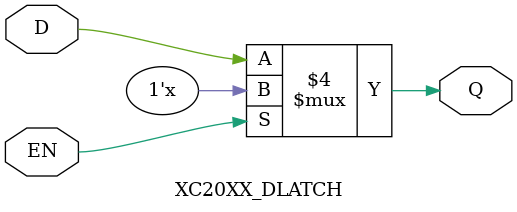
<source format=v>
module XC20XX_DLATCH(
    D, // INPUTS
    EN, // ENABLE
    Q // OUTPUTS
);

    input wire D;
    input wire EN;

    output reg Q;

    // FIXME: What is the default polarity of enable? Does Xilinx XACT
    // officially support S/R when using storage element as a D-Latch? Perhaps
    // split into more accurate XC20XX_DLATCHSR model. For now assume S/R
    // isn't used.
    always @(*) begin
        if(~EN) begin
            Q = D;
        end
    end
endmodule

</source>
